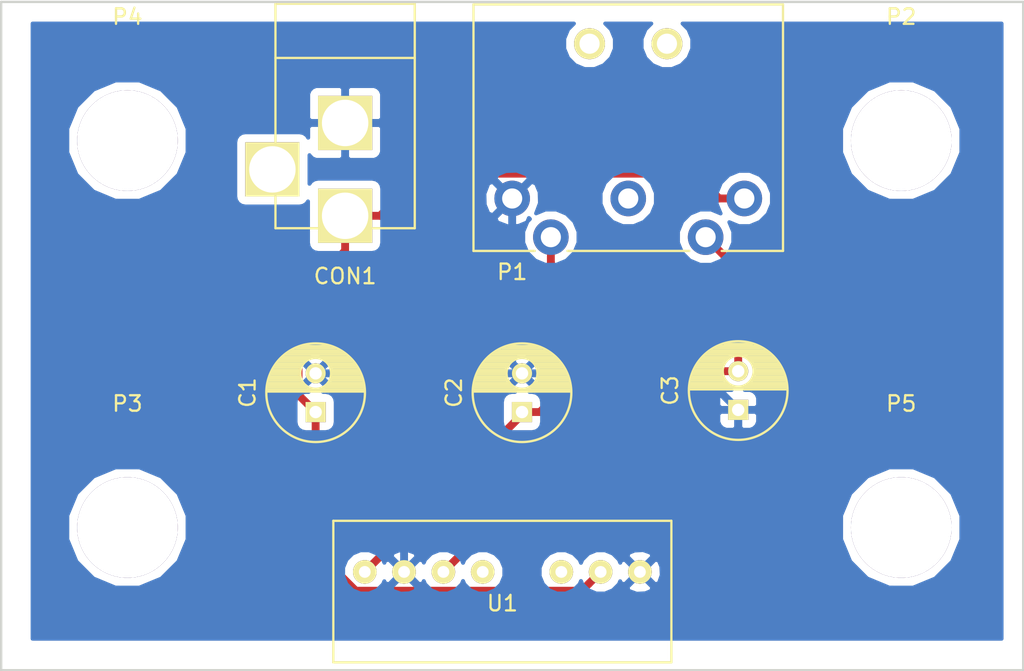
<source format=kicad_pcb>
(kicad_pcb (version 4) (host pcbnew 4.0.2-stable)

  (general
    (links 13)
    (no_connects 13)
    (area 116.764999 65.964999 182.955001 109.295001)
    (thickness 1.6)
    (drawings 4)
    (tracks 35)
    (zones 0)
    (modules 10)
    (nets 13)
  )

  (page A4)
  (layers
    (0 F.Cu signal)
    (31 B.Cu signal)
    (32 B.Adhes user)
    (33 F.Adhes user)
    (34 B.Paste user)
    (35 F.Paste user)
    (36 B.SilkS user)
    (37 F.SilkS user)
    (38 B.Mask user)
    (39 F.Mask user)
    (40 Dwgs.User user)
    (41 Cmts.User user)
    (42 Eco1.User user)
    (43 Eco2.User user)
    (44 Edge.Cuts user)
    (45 Margin user)
    (46 B.CrtYd user)
    (47 F.CrtYd user)
    (48 B.Fab user)
    (49 F.Fab user)
  )

  (setup
    (last_trace_width 0.25)
    (trace_clearance 0.2)
    (zone_clearance 0.508)
    (zone_45_only no)
    (trace_min 0.2)
    (segment_width 0.2)
    (edge_width 0.15)
    (via_size 0.6)
    (via_drill 0.4)
    (via_min_size 0.4)
    (via_min_drill 0.3)
    (uvia_size 0.3)
    (uvia_drill 0.1)
    (uvias_allowed no)
    (uvia_min_size 0.2)
    (uvia_min_drill 0.1)
    (pcb_text_width 0.3)
    (pcb_text_size 1.5 1.5)
    (mod_edge_width 0.15)
    (mod_text_size 1 1)
    (mod_text_width 0.15)
    (pad_size 6.5 6.5)
    (pad_drill 6.5)
    (pad_to_mask_clearance 0.2)
    (aux_axis_origin 0 0)
    (visible_elements FFFFFF7F)
    (pcbplotparams
      (layerselection 0x00030_80000001)
      (usegerberextensions false)
      (excludeedgelayer true)
      (linewidth 0.100000)
      (plotframeref false)
      (viasonmask false)
      (mode 1)
      (useauxorigin false)
      (hpglpennumber 1)
      (hpglpenspeed 20)
      (hpglpendiameter 15)
      (hpglpenoverlay 2)
      (psnegative false)
      (psa4output false)
      (plotreference true)
      (plotvalue true)
      (plotinvisibletext false)
      (padsonsilk false)
      (subtractmaskfromsilk false)
      (outputformat 1)
      (mirror false)
      (drillshape 1)
      (scaleselection 1)
      (outputdirectory ""))
  )

  (net 0 "")
  (net 1 /5v0)
  (net 2 GND)
  (net 3 /12v0n)
  (net 4 /12v0p)
  (net 5 "Net-(CON1-Pad3)")
  (net 6 "Net-(P1-Pad2)")
  (net 7 "Net-(U1-Pad3)")
  (net 8 "Net-(U1-Pad5)")
  (net 9 "Net-(P2-Pad1)")
  (net 10 "Net-(P3-Pad1)")
  (net 11 "Net-(P4-Pad1)")
  (net 12 "Net-(P5-Pad1)")

  (net_class Default "This is the default net class."
    (clearance 0.2)
    (trace_width 0.25)
    (via_dia 0.6)
    (via_drill 0.4)
    (uvia_dia 0.3)
    (uvia_drill 0.1)
  )

  (net_class Power ""
    (clearance 0.2)
    (trace_width 0.508)
    (via_dia 0.6)
    (via_drill 0.4)
    (uvia_dia 0.3)
    (uvia_drill 0.1)
    (add_net /12v0n)
    (add_net /12v0p)
    (add_net /5v0)
    (add_net GND)
    (add_net "Net-(CON1-Pad3)")
    (add_net "Net-(P1-Pad2)")
    (add_net "Net-(P2-Pad1)")
    (add_net "Net-(P3-Pad1)")
    (add_net "Net-(P4-Pad1)")
    (add_net "Net-(P5-Pad1)")
    (add_net "Net-(U1-Pad3)")
    (add_net "Net-(U1-Pad5)")
  )

  (module HMC:BARREL_JACK_round (layer F.Cu) (tedit 573214E4) (tstamp 574E0F0B)
    (at 139.065 73.66 270)
    (descr "DC Barrel Jack")
    (tags "Power Jack")
    (path /5748F6BB)
    (fp_text reference CON1 (at 10.09904 0 360) (layer F.SilkS)
      (effects (font (size 1 1) (thickness 0.15)))
    )
    (fp_text value BARREL_JACK (at 0 -5.99948 270) (layer F.Fab)
      (effects (font (size 1 1) (thickness 0.15)))
    )
    (fp_line (start -4.0005 -4.50088) (end -4.0005 4.50088) (layer F.SilkS) (width 0.15))
    (fp_line (start -7.50062 -4.50088) (end -7.50062 4.50088) (layer F.SilkS) (width 0.15))
    (fp_line (start -7.50062 4.50088) (end 7.00024 4.50088) (layer F.SilkS) (width 0.15))
    (fp_line (start 7.00024 4.50088) (end 7.00024 -4.50088) (layer F.SilkS) (width 0.15))
    (fp_line (start 7.00024 -4.50088) (end -7.50062 -4.50088) (layer F.SilkS) (width 0.15))
    (pad 1 thru_hole rect (at 6.20014 0 270) (size 3.50012 3.50012) (drill 3) (layers *.Cu *.Mask F.SilkS)
      (net 1 /5v0))
    (pad 2 thru_hole rect (at 0.20066 0 270) (size 3.50012 3.50012) (drill 3) (layers *.Cu *.Mask F.SilkS)
      (net 2 GND))
    (pad 3 thru_hole rect (at 3.2004 4.699 270) (size 3.50012 3.50012) (drill 3) (layers *.Cu *.Mask F.SilkS)
      (net 5 "Net-(CON1-Pad3)"))
  )

  (module Connect:SDS-50J (layer F.Cu) (tedit 5602A6D3) (tstamp 574E0F16)
    (at 149.86 78.74)
    (descr "SDS-50J, standard DIN connector, 5 pins, midi")
    (tags "SDS-50J DIN 5-pins connector midi")
    (path /5748F6D3)
    (fp_text reference P1 (at 0 4.75) (layer F.SilkS)
      (effects (font (size 1 1) (thickness 0.15)))
    )
    (fp_text value CONN_01X05 (at 6.865 -5.08 180) (layer F.Fab)
      (effects (font (size 1 1) (thickness 0.15)))
    )
    (fp_line (start 17.75 3.9) (end 17.75 -12.8) (layer F.CrtYd) (width 0.05))
    (fp_line (start 17.75 -12.8) (end -2.75 -12.8) (layer F.CrtYd) (width 0.05))
    (fp_line (start -2.75 -12.8) (end -2.75 3.9) (layer F.CrtYd) (width 0.05))
    (fp_line (start 17.75 3.9) (end -2.75 3.9) (layer F.CrtYd) (width 0.05))
    (fp_line (start 1.46 3.389) (end -2.5 3.389) (layer F.SilkS) (width 0.15))
    (fp_line (start 11.444 3.389) (end 3.57 3.389) (layer F.SilkS) (width 0.15))
    (fp_line (start -2.5 3.389) (end -2.5 -12.538) (layer F.SilkS) (width 0.15))
    (fp_line (start 17.5 -12.538) (end -2.5 -12.538) (layer F.SilkS) (width 0.15))
    (fp_line (start 17.5 3.389) (end 17.5 -12.538) (layer F.SilkS) (width 0.15))
    (fp_line (start 17.5 3.389) (end 13.5395 3.389) (layer F.SilkS) (width 0.15))
    (pad 5 thru_hole circle (at 12.5 2.5) (size 2.3 2.3) (drill 1.3) (layers *.Cu *.Mask)
      (net 4 /12v0p))
    (pad "" thru_hole circle (at 5 -10) (size 2 2) (drill 1.3) (layers *.Cu *.Mask F.SilkS))
    (pad 3 thru_hole circle (at 15 0) (size 2.3 2.3) (drill 1.3) (layers *.Cu *.Mask)
      (net 1 /5v0))
    (pad 2 thru_hole circle (at 7.5 0) (size 2.3 2.3) (drill 1.3) (layers *.Cu *.Mask)
      (net 6 "Net-(P1-Pad2)"))
    (pad 1 thru_hole circle (at 0 0) (size 2.3 2.3) (drill 1.3) (layers *.Cu *.Mask)
      (net 2 GND))
    (pad 4 thru_hole circle (at 2.5 2.5) (size 2.3 2.3) (drill 1.3) (layers *.Cu *.Mask)
      (net 3 /12v0n))
    (pad "" thru_hole circle (at 10 -10) (size 2 2) (drill 1.3) (layers *.Cu *.Mask F.SilkS))
    (model Connect.3dshapes/SDS-50J.wrl
      (at (xyz 0.295 0.495 0))
      (scale (xyz 0.39 0.39 0.39))
      (rotate (xyz -90 0 180))
    )
  )

  (module HMC:ITX0512S (layer F.Cu) (tedit 574A27E0) (tstamp 574E0F21)
    (at 160.147 108.712 180)
    (path /5748F95C)
    (fp_text reference U1 (at 10.922 3.81 180) (layer F.SilkS)
      (effects (font (size 1 1) (thickness 0.15)))
    )
    (fp_text value DC-DC-ITX0512S (at 10.922 2.54 180) (layer F.Fab)
      (effects (font (size 1 1) (thickness 0.15)))
    )
    (fp_line (start 21.844 0) (end 21.844 9.144) (layer F.SilkS) (width 0.15))
    (fp_line (start 21.844 0) (end 0 0) (layer F.SilkS) (width 0.15))
    (fp_line (start 0 9.144) (end 21.844 9.144) (layer F.SilkS) (width 0.15))
    (fp_line (start 0 0) (end 0 9.144) (layer F.SilkS) (width 0.15))
    (pad 1 thru_hole circle (at 2.032 5.842 180) (size 1.524 1.524) (drill 0.762) (layers *.Cu *.Mask F.SilkS)
      (net 2 GND))
    (pad 2 thru_hole circle (at 4.572 5.842 180) (size 1.524 1.524) (drill 0.762) (layers *.Cu *.Mask F.SilkS)
      (net 1 /5v0))
    (pad 3 thru_hole circle (at 7.112 5.842 180) (size 1.524 1.524) (drill 0.762) (layers *.Cu *.Mask F.SilkS)
      (net 7 "Net-(U1-Pad3)"))
    (pad 5 thru_hole circle (at 12.192 5.842 180) (size 1.524 1.524) (drill 0.762) (layers *.Cu *.Mask F.SilkS)
      (net 8 "Net-(U1-Pad5)"))
    (pad 6 thru_hole circle (at 14.732 5.842 180) (size 1.524 1.524) (drill 0.762) (layers *.Cu *.Mask F.SilkS)
      (net 4 /12v0p))
    (pad 7 thru_hole circle (at 17.272 5.842 180) (size 1.524 1.524) (drill 0.762) (layers *.Cu *.Mask F.SilkS)
      (net 2 GND))
    (pad 8 thru_hole circle (at 19.812 5.842 180) (size 1.524 1.524) (drill 0.762) (layers *.Cu *.Mask F.SilkS)
      (net 3 /12v0n))
  )

  (module Mounting_Holes:MountingHole_6-5mm (layer F.Cu) (tedit 0) (tstamp 574E1405)
    (at 175 75)
    (descr "Mounting hole, Befestigungsbohrung, 6,5mm, No Annular, Kein Restring,")
    (tags "Mounting hole, Befestigungsbohrung, 6,5mm, No Annular, Kein Restring,")
    (path /574E12FE)
    (fp_text reference P2 (at 0 -8.001) (layer F.SilkS)
      (effects (font (size 1 1) (thickness 0.15)))
    )
    (fp_text value CONN_01X01 (at 1.00076 8.001) (layer F.Fab)
      (effects (font (size 1 1) (thickness 0.15)))
    )
    (fp_circle (center 0 0) (end 6.5 0) (layer Cmts.User) (width 0.381))
    (pad 1 thru_hole circle (at 0 0) (size 6.5 6.5) (drill 6.5) (layers)
      (net 9 "Net-(P2-Pad1)"))
  )

  (module Mounting_Holes:MountingHole_6-5mm (layer F.Cu) (tedit 0) (tstamp 574E140A)
    (at 125 100)
    (descr "Mounting hole, Befestigungsbohrung, 6,5mm, No Annular, Kein Restring,")
    (tags "Mounting hole, Befestigungsbohrung, 6,5mm, No Annular, Kein Restring,")
    (path /574E133B)
    (fp_text reference P3 (at 0 -8.001) (layer F.SilkS)
      (effects (font (size 1 1) (thickness 0.15)))
    )
    (fp_text value CONN_01X01 (at 1.00076 8.001) (layer F.Fab)
      (effects (font (size 1 1) (thickness 0.15)))
    )
    (fp_circle (center 0 0) (end 6.5 0) (layer Cmts.User) (width 0.381))
    (pad 1 thru_hole circle (at 0 0) (size 6.5 6.5) (drill 6.5) (layers)
      (net 10 "Net-(P3-Pad1)"))
  )

  (module Mounting_Holes:MountingHole_6-5mm (layer F.Cu) (tedit 0) (tstamp 574E140F)
    (at 125 75)
    (descr "Mounting hole, Befestigungsbohrung, 6,5mm, No Annular, Kein Restring,")
    (tags "Mounting hole, Befestigungsbohrung, 6,5mm, No Annular, Kein Restring,")
    (path /574E13BE)
    (fp_text reference P4 (at 0 -8.001) (layer F.SilkS)
      (effects (font (size 1 1) (thickness 0.15)))
    )
    (fp_text value CONN_01X01 (at 1.00076 8.001) (layer F.Fab)
      (effects (font (size 1 1) (thickness 0.15)))
    )
    (fp_circle (center 0 0) (end 6.5 0) (layer Cmts.User) (width 0.381))
    (pad 1 thru_hole circle (at 0 0) (size 6.5 6.5) (drill 6.5) (layers)
      (net 11 "Net-(P4-Pad1)"))
  )

  (module Mounting_Holes:MountingHole_6-5mm (layer F.Cu) (tedit 0) (tstamp 574E1414)
    (at 175 100)
    (descr "Mounting hole, Befestigungsbohrung, 6,5mm, No Annular, Kein Restring,")
    (tags "Mounting hole, Befestigungsbohrung, 6,5mm, No Annular, Kein Restring,")
    (path /574E1373)
    (fp_text reference P5 (at 0 -8.001) (layer F.SilkS)
      (effects (font (size 1 1) (thickness 0.15)))
    )
    (fp_text value CONN_01X01 (at 1.00076 8.001) (layer F.Fab)
      (effects (font (size 1 1) (thickness 0.15)))
    )
    (fp_circle (center 0 0) (end 6.5 0) (layer Cmts.User) (width 0.381))
    (pad 1 thru_hole circle (at 0 0) (size 6.5 6.5) (drill 6.5) (layers)
      (net 12 "Net-(P5-Pad1)"))
  )

  (module Capacitors_ThroughHole:C_Radial_D6.3_L11.2_P2.5 (layer F.Cu) (tedit 0) (tstamp 574E0EF8)
    (at 137.16 92.54 90)
    (descr "Radial Electrolytic Capacitor, Diameter 6.3mm x Length 11.2mm, Pitch 2.5mm")
    (tags "Electrolytic Capacitor")
    (path /5748F714)
    (fp_text reference C1 (at 1.25 -4.4 90) (layer F.SilkS)
      (effects (font (size 1 1) (thickness 0.15)))
    )
    (fp_text value C (at 1.25 4.4 90) (layer F.Fab)
      (effects (font (size 1 1) (thickness 0.15)))
    )
    (fp_line (start 1.325 -3.149) (end 1.325 3.149) (layer F.SilkS) (width 0.15))
    (fp_line (start 1.465 -3.143) (end 1.465 3.143) (layer F.SilkS) (width 0.15))
    (fp_line (start 1.605 -3.13) (end 1.605 -0.446) (layer F.SilkS) (width 0.15))
    (fp_line (start 1.605 0.446) (end 1.605 3.13) (layer F.SilkS) (width 0.15))
    (fp_line (start 1.745 -3.111) (end 1.745 -0.656) (layer F.SilkS) (width 0.15))
    (fp_line (start 1.745 0.656) (end 1.745 3.111) (layer F.SilkS) (width 0.15))
    (fp_line (start 1.885 -3.085) (end 1.885 -0.789) (layer F.SilkS) (width 0.15))
    (fp_line (start 1.885 0.789) (end 1.885 3.085) (layer F.SilkS) (width 0.15))
    (fp_line (start 2.025 -3.053) (end 2.025 -0.88) (layer F.SilkS) (width 0.15))
    (fp_line (start 2.025 0.88) (end 2.025 3.053) (layer F.SilkS) (width 0.15))
    (fp_line (start 2.165 -3.014) (end 2.165 -0.942) (layer F.SilkS) (width 0.15))
    (fp_line (start 2.165 0.942) (end 2.165 3.014) (layer F.SilkS) (width 0.15))
    (fp_line (start 2.305 -2.968) (end 2.305 -0.981) (layer F.SilkS) (width 0.15))
    (fp_line (start 2.305 0.981) (end 2.305 2.968) (layer F.SilkS) (width 0.15))
    (fp_line (start 2.445 -2.915) (end 2.445 -0.998) (layer F.SilkS) (width 0.15))
    (fp_line (start 2.445 0.998) (end 2.445 2.915) (layer F.SilkS) (width 0.15))
    (fp_line (start 2.585 -2.853) (end 2.585 -0.996) (layer F.SilkS) (width 0.15))
    (fp_line (start 2.585 0.996) (end 2.585 2.853) (layer F.SilkS) (width 0.15))
    (fp_line (start 2.725 -2.783) (end 2.725 -0.974) (layer F.SilkS) (width 0.15))
    (fp_line (start 2.725 0.974) (end 2.725 2.783) (layer F.SilkS) (width 0.15))
    (fp_line (start 2.865 -2.704) (end 2.865 -0.931) (layer F.SilkS) (width 0.15))
    (fp_line (start 2.865 0.931) (end 2.865 2.704) (layer F.SilkS) (width 0.15))
    (fp_line (start 3.005 -2.616) (end 3.005 -0.863) (layer F.SilkS) (width 0.15))
    (fp_line (start 3.005 0.863) (end 3.005 2.616) (layer F.SilkS) (width 0.15))
    (fp_line (start 3.145 -2.516) (end 3.145 -0.764) (layer F.SilkS) (width 0.15))
    (fp_line (start 3.145 0.764) (end 3.145 2.516) (layer F.SilkS) (width 0.15))
    (fp_line (start 3.285 -2.404) (end 3.285 -0.619) (layer F.SilkS) (width 0.15))
    (fp_line (start 3.285 0.619) (end 3.285 2.404) (layer F.SilkS) (width 0.15))
    (fp_line (start 3.425 -2.279) (end 3.425 -0.38) (layer F.SilkS) (width 0.15))
    (fp_line (start 3.425 0.38) (end 3.425 2.279) (layer F.SilkS) (width 0.15))
    (fp_line (start 3.565 -2.136) (end 3.565 2.136) (layer F.SilkS) (width 0.15))
    (fp_line (start 3.705 -1.974) (end 3.705 1.974) (layer F.SilkS) (width 0.15))
    (fp_line (start 3.845 -1.786) (end 3.845 1.786) (layer F.SilkS) (width 0.15))
    (fp_line (start 3.985 -1.563) (end 3.985 1.563) (layer F.SilkS) (width 0.15))
    (fp_line (start 4.125 -1.287) (end 4.125 1.287) (layer F.SilkS) (width 0.15))
    (fp_line (start 4.265 -0.912) (end 4.265 0.912) (layer F.SilkS) (width 0.15))
    (fp_circle (center 2.5 0) (end 2.5 -1) (layer F.SilkS) (width 0.15))
    (fp_circle (center 1.25 0) (end 1.25 -3.1875) (layer F.SilkS) (width 0.15))
    (fp_circle (center 1.25 0) (end 1.25 -3.4) (layer F.CrtYd) (width 0.05))
    (pad 2 thru_hole circle (at 2.5 0 90) (size 1.3 1.3) (drill 0.8) (layers *.Cu *.Mask F.SilkS)
      (net 2 GND))
    (pad 1 thru_hole rect (at 0 0 90) (size 1.3 1.3) (drill 0.8) (layers *.Cu *.Mask F.SilkS)
      (net 1 /5v0))
    (model Capacitors_ThroughHole.3dshapes/C_Radial_D6.3_L11.2_P2.5.wrl
      (at (xyz 0 0 0))
      (scale (xyz 1 1 1))
      (rotate (xyz 0 0 0))
    )
  )

  (module Capacitors_ThroughHole:C_Radial_D6.3_L11.2_P2.5 (layer F.Cu) (tedit 0) (tstamp 574E0EFE)
    (at 150.495 92.54 90)
    (descr "Radial Electrolytic Capacitor, Diameter 6.3mm x Length 11.2mm, Pitch 2.5mm")
    (tags "Electrolytic Capacitor")
    (path /5748F748)
    (fp_text reference C2 (at 1.25 -4.4 90) (layer F.SilkS)
      (effects (font (size 1 1) (thickness 0.15)))
    )
    (fp_text value C (at 1.25 4.4 90) (layer F.Fab)
      (effects (font (size 1 1) (thickness 0.15)))
    )
    (fp_line (start 1.325 -3.149) (end 1.325 3.149) (layer F.SilkS) (width 0.15))
    (fp_line (start 1.465 -3.143) (end 1.465 3.143) (layer F.SilkS) (width 0.15))
    (fp_line (start 1.605 -3.13) (end 1.605 -0.446) (layer F.SilkS) (width 0.15))
    (fp_line (start 1.605 0.446) (end 1.605 3.13) (layer F.SilkS) (width 0.15))
    (fp_line (start 1.745 -3.111) (end 1.745 -0.656) (layer F.SilkS) (width 0.15))
    (fp_line (start 1.745 0.656) (end 1.745 3.111) (layer F.SilkS) (width 0.15))
    (fp_line (start 1.885 -3.085) (end 1.885 -0.789) (layer F.SilkS) (width 0.15))
    (fp_line (start 1.885 0.789) (end 1.885 3.085) (layer F.SilkS) (width 0.15))
    (fp_line (start 2.025 -3.053) (end 2.025 -0.88) (layer F.SilkS) (width 0.15))
    (fp_line (start 2.025 0.88) (end 2.025 3.053) (layer F.SilkS) (width 0.15))
    (fp_line (start 2.165 -3.014) (end 2.165 -0.942) (layer F.SilkS) (width 0.15))
    (fp_line (start 2.165 0.942) (end 2.165 3.014) (layer F.SilkS) (width 0.15))
    (fp_line (start 2.305 -2.968) (end 2.305 -0.981) (layer F.SilkS) (width 0.15))
    (fp_line (start 2.305 0.981) (end 2.305 2.968) (layer F.SilkS) (width 0.15))
    (fp_line (start 2.445 -2.915) (end 2.445 -0.998) (layer F.SilkS) (width 0.15))
    (fp_line (start 2.445 0.998) (end 2.445 2.915) (layer F.SilkS) (width 0.15))
    (fp_line (start 2.585 -2.853) (end 2.585 -0.996) (layer F.SilkS) (width 0.15))
    (fp_line (start 2.585 0.996) (end 2.585 2.853) (layer F.SilkS) (width 0.15))
    (fp_line (start 2.725 -2.783) (end 2.725 -0.974) (layer F.SilkS) (width 0.15))
    (fp_line (start 2.725 0.974) (end 2.725 2.783) (layer F.SilkS) (width 0.15))
    (fp_line (start 2.865 -2.704) (end 2.865 -0.931) (layer F.SilkS) (width 0.15))
    (fp_line (start 2.865 0.931) (end 2.865 2.704) (layer F.SilkS) (width 0.15))
    (fp_line (start 3.005 -2.616) (end 3.005 -0.863) (layer F.SilkS) (width 0.15))
    (fp_line (start 3.005 0.863) (end 3.005 2.616) (layer F.SilkS) (width 0.15))
    (fp_line (start 3.145 -2.516) (end 3.145 -0.764) (layer F.SilkS) (width 0.15))
    (fp_line (start 3.145 0.764) (end 3.145 2.516) (layer F.SilkS) (width 0.15))
    (fp_line (start 3.285 -2.404) (end 3.285 -0.619) (layer F.SilkS) (width 0.15))
    (fp_line (start 3.285 0.619) (end 3.285 2.404) (layer F.SilkS) (width 0.15))
    (fp_line (start 3.425 -2.279) (end 3.425 -0.38) (layer F.SilkS) (width 0.15))
    (fp_line (start 3.425 0.38) (end 3.425 2.279) (layer F.SilkS) (width 0.15))
    (fp_line (start 3.565 -2.136) (end 3.565 2.136) (layer F.SilkS) (width 0.15))
    (fp_line (start 3.705 -1.974) (end 3.705 1.974) (layer F.SilkS) (width 0.15))
    (fp_line (start 3.845 -1.786) (end 3.845 1.786) (layer F.SilkS) (width 0.15))
    (fp_line (start 3.985 -1.563) (end 3.985 1.563) (layer F.SilkS) (width 0.15))
    (fp_line (start 4.125 -1.287) (end 4.125 1.287) (layer F.SilkS) (width 0.15))
    (fp_line (start 4.265 -0.912) (end 4.265 0.912) (layer F.SilkS) (width 0.15))
    (fp_circle (center 2.5 0) (end 2.5 -1) (layer F.SilkS) (width 0.15))
    (fp_circle (center 1.25 0) (end 1.25 -3.1875) (layer F.SilkS) (width 0.15))
    (fp_circle (center 1.25 0) (end 1.25 -3.4) (layer F.CrtYd) (width 0.05))
    (pad 2 thru_hole circle (at 2.5 0 90) (size 1.3 1.3) (drill 0.8) (layers *.Cu *.Mask F.SilkS)
      (net 2 GND))
    (pad 1 thru_hole rect (at 0 0 90) (size 1.3 1.3) (drill 0.8) (layers *.Cu *.Mask F.SilkS)
      (net 3 /12v0n))
    (model Capacitors_ThroughHole.3dshapes/C_Radial_D6.3_L11.2_P2.5.wrl
      (at (xyz 0 0 0))
      (scale (xyz 1 1 1))
      (rotate (xyz 0 0 0))
    )
  )

  (module Capacitors_ThroughHole:C_Radial_D6.3_L11.2_P2.5 (layer F.Cu) (tedit 0) (tstamp 574E0F04)
    (at 164.465 92.4 90)
    (descr "Radial Electrolytic Capacitor, Diameter 6.3mm x Length 11.2mm, Pitch 2.5mm")
    (tags "Electrolytic Capacitor")
    (path /5748F76F)
    (fp_text reference C3 (at 1.25 -4.4 90) (layer F.SilkS)
      (effects (font (size 1 1) (thickness 0.15)))
    )
    (fp_text value C (at 1.25 4.4 90) (layer F.Fab)
      (effects (font (size 1 1) (thickness 0.15)))
    )
    (fp_line (start 1.325 -3.149) (end 1.325 3.149) (layer F.SilkS) (width 0.15))
    (fp_line (start 1.465 -3.143) (end 1.465 3.143) (layer F.SilkS) (width 0.15))
    (fp_line (start 1.605 -3.13) (end 1.605 -0.446) (layer F.SilkS) (width 0.15))
    (fp_line (start 1.605 0.446) (end 1.605 3.13) (layer F.SilkS) (width 0.15))
    (fp_line (start 1.745 -3.111) (end 1.745 -0.656) (layer F.SilkS) (width 0.15))
    (fp_line (start 1.745 0.656) (end 1.745 3.111) (layer F.SilkS) (width 0.15))
    (fp_line (start 1.885 -3.085) (end 1.885 -0.789) (layer F.SilkS) (width 0.15))
    (fp_line (start 1.885 0.789) (end 1.885 3.085) (layer F.SilkS) (width 0.15))
    (fp_line (start 2.025 -3.053) (end 2.025 -0.88) (layer F.SilkS) (width 0.15))
    (fp_line (start 2.025 0.88) (end 2.025 3.053) (layer F.SilkS) (width 0.15))
    (fp_line (start 2.165 -3.014) (end 2.165 -0.942) (layer F.SilkS) (width 0.15))
    (fp_line (start 2.165 0.942) (end 2.165 3.014) (layer F.SilkS) (width 0.15))
    (fp_line (start 2.305 -2.968) (end 2.305 -0.981) (layer F.SilkS) (width 0.15))
    (fp_line (start 2.305 0.981) (end 2.305 2.968) (layer F.SilkS) (width 0.15))
    (fp_line (start 2.445 -2.915) (end 2.445 -0.998) (layer F.SilkS) (width 0.15))
    (fp_line (start 2.445 0.998) (end 2.445 2.915) (layer F.SilkS) (width 0.15))
    (fp_line (start 2.585 -2.853) (end 2.585 -0.996) (layer F.SilkS) (width 0.15))
    (fp_line (start 2.585 0.996) (end 2.585 2.853) (layer F.SilkS) (width 0.15))
    (fp_line (start 2.725 -2.783) (end 2.725 -0.974) (layer F.SilkS) (width 0.15))
    (fp_line (start 2.725 0.974) (end 2.725 2.783) (layer F.SilkS) (width 0.15))
    (fp_line (start 2.865 -2.704) (end 2.865 -0.931) (layer F.SilkS) (width 0.15))
    (fp_line (start 2.865 0.931) (end 2.865 2.704) (layer F.SilkS) (width 0.15))
    (fp_line (start 3.005 -2.616) (end 3.005 -0.863) (layer F.SilkS) (width 0.15))
    (fp_line (start 3.005 0.863) (end 3.005 2.616) (layer F.SilkS) (width 0.15))
    (fp_line (start 3.145 -2.516) (end 3.145 -0.764) (layer F.SilkS) (width 0.15))
    (fp_line (start 3.145 0.764) (end 3.145 2.516) (layer F.SilkS) (width 0.15))
    (fp_line (start 3.285 -2.404) (end 3.285 -0.619) (layer F.SilkS) (width 0.15))
    (fp_line (start 3.285 0.619) (end 3.285 2.404) (layer F.SilkS) (width 0.15))
    (fp_line (start 3.425 -2.279) (end 3.425 -0.38) (layer F.SilkS) (width 0.15))
    (fp_line (start 3.425 0.38) (end 3.425 2.279) (layer F.SilkS) (width 0.15))
    (fp_line (start 3.565 -2.136) (end 3.565 2.136) (layer F.SilkS) (width 0.15))
    (fp_line (start 3.705 -1.974) (end 3.705 1.974) (layer F.SilkS) (width 0.15))
    (fp_line (start 3.845 -1.786) (end 3.845 1.786) (layer F.SilkS) (width 0.15))
    (fp_line (start 3.985 -1.563) (end 3.985 1.563) (layer F.SilkS) (width 0.15))
    (fp_line (start 4.125 -1.287) (end 4.125 1.287) (layer F.SilkS) (width 0.15))
    (fp_line (start 4.265 -0.912) (end 4.265 0.912) (layer F.SilkS) (width 0.15))
    (fp_circle (center 2.5 0) (end 2.5 -1) (layer F.SilkS) (width 0.15))
    (fp_circle (center 1.25 0) (end 1.25 -3.1875) (layer F.SilkS) (width 0.15))
    (fp_circle (center 1.25 0) (end 1.25 -3.4) (layer F.CrtYd) (width 0.05))
    (pad 2 thru_hole circle (at 2.5 0 90) (size 1.3 1.3) (drill 0.8) (layers *.Cu *.Mask F.SilkS)
      (net 4 /12v0p))
    (pad 1 thru_hole rect (at 0 0 90) (size 1.3 1.3) (drill 0.8) (layers *.Cu *.Mask F.SilkS)
      (net 2 GND))
    (model Capacitors_ThroughHole.3dshapes/C_Radial_D6.3_L11.2_P2.5.wrl
      (at (xyz 0 0 0))
      (scale (xyz 1 1 1))
      (rotate (xyz 0 0 0))
    )
  )

  (gr_line (start 116.84 109.22) (end 116.84 66.04) (layer Edge.Cuts) (width 0.15))
  (gr_line (start 182.88 109.22) (end 116.84 109.22) (layer Edge.Cuts) (width 0.15))
  (gr_line (start 182.88 66.04) (end 182.88 109.22) (layer Edge.Cuts) (width 0.15))
  (gr_line (start 116.84 66.04) (end 182.88 66.04) (layer Edge.Cuts) (width 0.15))

  (segment (start 164.86 78.74) (end 163.233655 78.74) (width 0.508) (layer F.Cu) (net 1))
  (segment (start 163.233655 78.74) (end 161.629654 77.135999) (width 0.508) (layer F.Cu) (net 1))
  (segment (start 161.629654 77.135999) (end 144.047201 77.135999) (width 0.508) (layer F.Cu) (net 1))
  (segment (start 144.047201 77.135999) (end 141.32306 79.86014) (width 0.508) (layer F.Cu) (net 1))
  (segment (start 141.32306 79.86014) (end 139.065 79.86014) (width 0.508) (layer F.Cu) (net 1))
  (segment (start 137.16 92.54) (end 137.16 101.494682) (width 0.508) (layer F.Cu) (net 1))
  (segment (start 137.16 101.494682) (end 139.751319 104.086001) (width 0.508) (layer F.Cu) (net 1))
  (segment (start 154.358999 104.086001) (end 154.813001 103.631999) (width 0.508) (layer F.Cu) (net 1))
  (segment (start 139.751319 104.086001) (end 154.358999 104.086001) (width 0.508) (layer F.Cu) (net 1))
  (segment (start 154.813001 103.631999) (end 155.575 102.87) (width 0.508) (layer F.Cu) (net 1))
  (segment (start 139.065 79.86014) (end 139.065 82.1182) (width 0.508) (layer F.Cu) (net 1))
  (segment (start 139.065 82.1182) (end 136.055999 85.127201) (width 0.508) (layer F.Cu) (net 1))
  (segment (start 136.055999 91.435999) (end 137.16 92.54) (width 0.508) (layer F.Cu) (net 1))
  (segment (start 136.055999 85.127201) (end 136.055999 91.435999) (width 0.508) (layer F.Cu) (net 1))
  (segment (start 137.16 90.04) (end 142.875 95.755) (width 0.508) (layer B.Cu) (net 2))
  (segment (start 142.875 95.755) (end 142.875 102.87) (width 0.508) (layer B.Cu) (net 2))
  (segment (start 164.465 92.4) (end 164.465 96.52) (width 0.508) (layer B.Cu) (net 2))
  (segment (start 164.465 96.52) (end 158.115 102.87) (width 0.508) (layer B.Cu) (net 2))
  (segment (start 150.495 90.04) (end 162.105 90.04) (width 0.508) (layer B.Cu) (net 2))
  (segment (start 162.105 90.04) (end 164.465 92.4) (width 0.508) (layer B.Cu) (net 2))
  (segment (start 150.495 90.04) (end 137.16 90.04) (width 0.508) (layer B.Cu) (net 2))
  (segment (start 149.86 78.74) (end 149.86 89.405) (width 0.508) (layer B.Cu) (net 2))
  (segment (start 149.86 89.405) (end 150.495 90.04) (width 0.508) (layer B.Cu) (net 2))
  (segment (start 139.065 73.86066) (end 144.98066 73.86066) (width 0.508) (layer B.Cu) (net 2))
  (segment (start 144.98066 73.86066) (end 149.86 78.74) (width 0.508) (layer B.Cu) (net 2))
  (segment (start 150.495 92.54) (end 151.653 92.54) (width 0.508) (layer F.Cu) (net 3))
  (segment (start 151.653 92.54) (end 152.36 91.833) (width 0.508) (layer F.Cu) (net 3))
  (segment (start 152.36 91.833) (end 152.36 82.866345) (width 0.508) (layer F.Cu) (net 3))
  (segment (start 152.36 82.866345) (end 152.36 81.24) (width 0.508) (layer F.Cu) (net 3))
  (segment (start 140.335 102.87) (end 150.495 92.71) (width 0.508) (layer F.Cu) (net 3))
  (segment (start 150.495 92.71) (end 150.495 92.54) (width 0.508) (layer F.Cu) (net 3))
  (segment (start 164.465 89.9) (end 164.465 83.345) (width 0.508) (layer F.Cu) (net 4))
  (segment (start 164.465 83.345) (end 162.36 81.24) (width 0.508) (layer F.Cu) (net 4))
  (segment (start 145.415 102.87) (end 158.385 89.9) (width 0.508) (layer F.Cu) (net 4))
  (segment (start 158.385 89.9) (end 164.465 89.9) (width 0.508) (layer F.Cu) (net 4))

  (zone (net 2) (net_name GND) (layer B.Cu) (tstamp 0) (hatch edge 0.508)
    (connect_pads (clearance 0.508))
    (min_thickness 0.254)
    (fill yes (arc_segments 16) (thermal_gap 0.508) (thermal_bridge_width 0.508))
    (polygon
      (pts
        (xy 118.745 67.31) (xy 118.745 107.315) (xy 181.61 107.315) (xy 181.61 67.31)
      )
    )
    (filled_polygon
      (pts
        (xy 153.474722 67.812637) (xy 153.225284 68.413352) (xy 153.224716 69.063795) (xy 153.473106 69.664943) (xy 153.932637 70.125278)
        (xy 154.533352 70.374716) (xy 155.183795 70.375284) (xy 155.784943 70.126894) (xy 156.245278 69.667363) (xy 156.494716 69.066648)
        (xy 156.495284 68.416205) (xy 156.246894 67.815057) (xy 155.869497 67.437) (xy 158.851016 67.437) (xy 158.474722 67.812637)
        (xy 158.225284 68.413352) (xy 158.224716 69.063795) (xy 158.473106 69.664943) (xy 158.932637 70.125278) (xy 159.533352 70.374716)
        (xy 160.183795 70.375284) (xy 160.784943 70.126894) (xy 161.245278 69.667363) (xy 161.494716 69.066648) (xy 161.495284 68.416205)
        (xy 161.246894 67.815057) (xy 160.869497 67.437) (xy 181.483 67.437) (xy 181.483 107.188) (xy 118.872 107.188)
        (xy 118.872 100.769384) (xy 121.114327 100.769384) (xy 121.704537 102.197801) (xy 122.796451 103.291623) (xy 124.223835 103.884324)
        (xy 125.769384 103.885673) (xy 127.197801 103.295463) (xy 127.346863 103.146661) (xy 138.937758 103.146661) (xy 139.14999 103.660303)
        (xy 139.54263 104.053629) (xy 140.0559 104.266757) (xy 140.611661 104.267242) (xy 141.125303 104.05501) (xy 141.330457 103.850213)
        (xy 142.074392 103.850213) (xy 142.143857 104.092397) (xy 142.667302 104.279144) (xy 143.222368 104.251362) (xy 143.606143 104.092397)
        (xy 143.675608 103.850213) (xy 142.875 103.049605) (xy 142.074392 103.850213) (xy 141.330457 103.850213) (xy 141.518629 103.66237)
        (xy 141.598395 103.470273) (xy 141.652603 103.601143) (xy 141.894787 103.670608) (xy 142.695395 102.87) (xy 143.054605 102.87)
        (xy 143.855213 103.670608) (xy 144.097397 103.601143) (xy 144.147509 103.460682) (xy 144.22999 103.660303) (xy 144.62263 104.053629)
        (xy 145.1359 104.266757) (xy 145.691661 104.267242) (xy 146.205303 104.05501) (xy 146.598629 103.66237) (xy 146.684949 103.454488)
        (xy 146.76999 103.660303) (xy 147.16263 104.053629) (xy 147.6759 104.266757) (xy 148.231661 104.267242) (xy 148.745303 104.05501)
        (xy 149.138629 103.66237) (xy 149.351757 103.1491) (xy 149.351759 103.146661) (xy 151.637758 103.146661) (xy 151.84999 103.660303)
        (xy 152.24263 104.053629) (xy 152.7559 104.266757) (xy 153.311661 104.267242) (xy 153.825303 104.05501) (xy 154.218629 103.66237)
        (xy 154.304949 103.454488) (xy 154.38999 103.660303) (xy 154.78263 104.053629) (xy 155.2959 104.266757) (xy 155.851661 104.267242)
        (xy 156.365303 104.05501) (xy 156.570457 103.850213) (xy 157.314392 103.850213) (xy 157.383857 104.092397) (xy 157.907302 104.279144)
        (xy 158.462368 104.251362) (xy 158.846143 104.092397) (xy 158.915608 103.850213) (xy 158.115 103.049605) (xy 157.314392 103.850213)
        (xy 156.570457 103.850213) (xy 156.758629 103.66237) (xy 156.838395 103.470273) (xy 156.892603 103.601143) (xy 157.134787 103.670608)
        (xy 157.935395 102.87) (xy 158.294605 102.87) (xy 159.095213 103.670608) (xy 159.337397 103.601143) (xy 159.524144 103.077698)
        (xy 159.496362 102.522632) (xy 159.337397 102.138857) (xy 159.095213 102.069392) (xy 158.294605 102.87) (xy 157.935395 102.87)
        (xy 157.134787 102.069392) (xy 156.892603 102.138857) (xy 156.842491 102.279318) (xy 156.76001 102.079697) (xy 156.570432 101.889787)
        (xy 157.314392 101.889787) (xy 158.115 102.690395) (xy 158.915608 101.889787) (xy 158.846143 101.647603) (xy 158.322698 101.460856)
        (xy 157.767632 101.488638) (xy 157.383857 101.647603) (xy 157.314392 101.889787) (xy 156.570432 101.889787) (xy 156.36737 101.686371)
        (xy 155.8541 101.473243) (xy 155.298339 101.472758) (xy 154.784697 101.68499) (xy 154.391371 102.07763) (xy 154.305051 102.285512)
        (xy 154.22001 102.079697) (xy 153.82737 101.686371) (xy 153.3141 101.473243) (xy 152.758339 101.472758) (xy 152.244697 101.68499)
        (xy 151.851371 102.07763) (xy 151.638243 102.5909) (xy 151.637758 103.146661) (xy 149.351759 103.146661) (xy 149.352242 102.593339)
        (xy 149.14001 102.079697) (xy 148.74737 101.686371) (xy 148.2341 101.473243) (xy 147.678339 101.472758) (xy 147.164697 101.68499)
        (xy 146.771371 102.07763) (xy 146.685051 102.285512) (xy 146.60001 102.079697) (xy 146.20737 101.686371) (xy 145.6941 101.473243)
        (xy 145.138339 101.472758) (xy 144.624697 101.68499) (xy 144.231371 102.07763) (xy 144.151605 102.269727) (xy 144.097397 102.138857)
        (xy 143.855213 102.069392) (xy 143.054605 102.87) (xy 142.695395 102.87) (xy 141.894787 102.069392) (xy 141.652603 102.138857)
        (xy 141.602491 102.279318) (xy 141.52001 102.079697) (xy 141.330432 101.889787) (xy 142.074392 101.889787) (xy 142.875 102.690395)
        (xy 143.675608 101.889787) (xy 143.606143 101.647603) (xy 143.082698 101.460856) (xy 142.527632 101.488638) (xy 142.143857 101.647603)
        (xy 142.074392 101.889787) (xy 141.330432 101.889787) (xy 141.12737 101.686371) (xy 140.6141 101.473243) (xy 140.058339 101.472758)
        (xy 139.544697 101.68499) (xy 139.151371 102.07763) (xy 138.938243 102.5909) (xy 138.937758 103.146661) (xy 127.346863 103.146661)
        (xy 128.291623 102.203549) (xy 128.884324 100.776165) (xy 128.884329 100.769384) (xy 171.114327 100.769384) (xy 171.704537 102.197801)
        (xy 172.796451 103.291623) (xy 174.223835 103.884324) (xy 175.769384 103.885673) (xy 177.197801 103.295463) (xy 178.291623 102.203549)
        (xy 178.884324 100.776165) (xy 178.885673 99.230616) (xy 178.295463 97.802199) (xy 177.203549 96.708377) (xy 175.776165 96.115676)
        (xy 174.230616 96.114327) (xy 172.802199 96.704537) (xy 171.708377 97.796451) (xy 171.115676 99.223835) (xy 171.114327 100.769384)
        (xy 128.884329 100.769384) (xy 128.885673 99.230616) (xy 128.295463 97.802199) (xy 127.203549 96.708377) (xy 125.776165 96.115676)
        (xy 124.230616 96.114327) (xy 122.802199 96.704537) (xy 121.708377 97.796451) (xy 121.115676 99.223835) (xy 121.114327 100.769384)
        (xy 118.872 100.769384) (xy 118.872 91.89) (xy 135.86256 91.89) (xy 135.86256 93.19) (xy 135.906838 93.425317)
        (xy 136.04591 93.641441) (xy 136.25811 93.786431) (xy 136.51 93.83744) (xy 137.81 93.83744) (xy 138.045317 93.793162)
        (xy 138.261441 93.65409) (xy 138.406431 93.44189) (xy 138.45744 93.19) (xy 138.45744 91.89) (xy 149.19756 91.89)
        (xy 149.19756 93.19) (xy 149.241838 93.425317) (xy 149.38091 93.641441) (xy 149.59311 93.786431) (xy 149.845 93.83744)
        (xy 151.145 93.83744) (xy 151.380317 93.793162) (xy 151.596441 93.65409) (xy 151.741431 93.44189) (xy 151.79244 93.19)
        (xy 151.79244 92.68575) (xy 163.18 92.68575) (xy 163.18 93.176309) (xy 163.276673 93.409698) (xy 163.455301 93.588327)
        (xy 163.68869 93.685) (xy 164.17925 93.685) (xy 164.338 93.52625) (xy 164.338 92.527) (xy 164.592 92.527)
        (xy 164.592 93.52625) (xy 164.75075 93.685) (xy 165.24131 93.685) (xy 165.474699 93.588327) (xy 165.653327 93.409698)
        (xy 165.75 93.176309) (xy 165.75 92.68575) (xy 165.59125 92.527) (xy 164.592 92.527) (xy 164.338 92.527)
        (xy 163.33875 92.527) (xy 163.18 92.68575) (xy 151.79244 92.68575) (xy 151.79244 91.89) (xy 151.748162 91.654683)
        (xy 151.60909 91.438559) (xy 151.39689 91.293569) (xy 151.145 91.24256) (xy 150.982615 91.24256) (xy 151.158729 91.169611)
        (xy 151.21441 90.939016) (xy 150.495 90.219605) (xy 149.77559 90.939016) (xy 149.831271 91.169611) (xy 150.040902 91.24256)
        (xy 149.845 91.24256) (xy 149.609683 91.286838) (xy 149.393559 91.42591) (xy 149.248569 91.63811) (xy 149.19756 91.89)
        (xy 138.45744 91.89) (xy 138.413162 91.654683) (xy 138.27409 91.438559) (xy 138.06189 91.293569) (xy 137.81 91.24256)
        (xy 137.647615 91.24256) (xy 137.823729 91.169611) (xy 137.87941 90.939016) (xy 137.16 90.219605) (xy 136.44059 90.939016)
        (xy 136.496271 91.169611) (xy 136.705902 91.24256) (xy 136.51 91.24256) (xy 136.274683 91.286838) (xy 136.058559 91.42591)
        (xy 135.913569 91.63811) (xy 135.86256 91.89) (xy 118.872 91.89) (xy 118.872 89.859078) (xy 135.862378 89.859078)
        (xy 135.891917 90.369428) (xy 136.030389 90.703729) (xy 136.260984 90.75941) (xy 136.980395 90.04) (xy 137.339605 90.04)
        (xy 138.059016 90.75941) (xy 138.289611 90.703729) (xy 138.457622 90.220922) (xy 138.436679 89.859078) (xy 149.197378 89.859078)
        (xy 149.226917 90.369428) (xy 149.365389 90.703729) (xy 149.595984 90.75941) (xy 150.315395 90.04) (xy 150.674605 90.04)
        (xy 151.394016 90.75941) (xy 151.624611 90.703729) (xy 151.792622 90.220922) (xy 151.788777 90.154481) (xy 163.179777 90.154481)
        (xy 163.374995 90.626943) (xy 163.736155 90.988735) (xy 164.040235 91.115) (xy 163.68869 91.115) (xy 163.455301 91.211673)
        (xy 163.276673 91.390302) (xy 163.18 91.623691) (xy 163.18 92.11425) (xy 163.33875 92.273) (xy 164.338 92.273)
        (xy 164.338 92.253) (xy 164.592 92.253) (xy 164.592 92.273) (xy 165.59125 92.273) (xy 165.75 92.11425)
        (xy 165.75 91.623691) (xy 165.653327 91.390302) (xy 165.474699 91.211673) (xy 165.24131 91.115) (xy 164.889433 91.115)
        (xy 165.191943 90.990005) (xy 165.553735 90.628845) (xy 165.749777 90.156724) (xy 165.750223 89.645519) (xy 165.555005 89.173057)
        (xy 165.193845 88.811265) (xy 164.721724 88.615223) (xy 164.210519 88.614777) (xy 163.738057 88.809995) (xy 163.376265 89.171155)
        (xy 163.180223 89.643276) (xy 163.179777 90.154481) (xy 151.788777 90.154481) (xy 151.763083 89.710572) (xy 151.624611 89.376271)
        (xy 151.394016 89.32059) (xy 150.674605 90.04) (xy 150.315395 90.04) (xy 149.595984 89.32059) (xy 149.365389 89.376271)
        (xy 149.197378 89.859078) (xy 138.436679 89.859078) (xy 138.428083 89.710572) (xy 138.289611 89.376271) (xy 138.059016 89.32059)
        (xy 137.339605 90.04) (xy 136.980395 90.04) (xy 136.260984 89.32059) (xy 136.030389 89.376271) (xy 135.862378 89.859078)
        (xy 118.872 89.859078) (xy 118.872 89.140984) (xy 136.44059 89.140984) (xy 137.16 89.860395) (xy 137.87941 89.140984)
        (xy 149.77559 89.140984) (xy 150.495 89.860395) (xy 151.21441 89.140984) (xy 151.158729 88.910389) (xy 150.675922 88.742378)
        (xy 150.165572 88.771917) (xy 149.831271 88.910389) (xy 149.77559 89.140984) (xy 137.87941 89.140984) (xy 137.823729 88.910389)
        (xy 137.340922 88.742378) (xy 136.830572 88.771917) (xy 136.496271 88.910389) (xy 136.44059 89.140984) (xy 118.872 89.140984)
        (xy 118.872 75.769384) (xy 121.114327 75.769384) (xy 121.704537 77.197801) (xy 122.796451 78.291623) (xy 124.223835 78.884324)
        (xy 125.769384 78.885673) (xy 127.197801 78.295463) (xy 128.291623 77.203549) (xy 128.884324 75.776165) (xy 128.884905 75.11034)
        (xy 131.9685 75.11034) (xy 131.9685 78.61046) (xy 132.012778 78.845777) (xy 132.15185 79.061901) (xy 132.36405 79.206891)
        (xy 132.61594 79.2579) (xy 136.11606 79.2579) (xy 136.351377 79.213622) (xy 136.567501 79.07455) (xy 136.6675 78.928197)
        (xy 136.6675 81.6102) (xy 136.711778 81.845517) (xy 136.85085 82.061641) (xy 137.06305 82.206631) (xy 137.31494 82.25764)
        (xy 140.81506 82.25764) (xy 141.050377 82.213362) (xy 141.266501 82.07429) (xy 141.411491 81.86209) (xy 141.4625 81.6102)
        (xy 141.4625 80.001025) (xy 148.778581 80.001025) (xy 148.895601 80.283446) (xy 149.559663 80.535018) (xy 150.269448 80.513314)
        (xy 150.824399 80.283446) (xy 150.941418 80.001026) (xy 151.007932 80.06754) (xy 150.847633 80.227559) (xy 150.575311 80.883384)
        (xy 150.574691 81.593501) (xy 150.845868 82.2498) (xy 151.347559 82.752367) (xy 152.003384 83.024689) (xy 152.713501 83.025309)
        (xy 153.3698 82.754132) (xy 153.872367 82.252441) (xy 154.144689 81.596616) (xy 154.144691 81.593501) (xy 160.574691 81.593501)
        (xy 160.845868 82.2498) (xy 161.347559 82.752367) (xy 162.003384 83.024689) (xy 162.713501 83.025309) (xy 163.3698 82.754132)
        (xy 163.872367 82.252441) (xy 164.144689 81.596616) (xy 164.145309 80.886499) (xy 163.890692 80.270277) (xy 164.503384 80.524689)
        (xy 165.213501 80.525309) (xy 165.8698 80.254132) (xy 166.372367 79.752441) (xy 166.644689 79.096616) (xy 166.645309 78.386499)
        (xy 166.374132 77.7302) (xy 165.872441 77.227633) (xy 165.216616 76.955311) (xy 164.506499 76.954691) (xy 163.8502 77.225868)
        (xy 163.347633 77.727559) (xy 163.075311 78.383384) (xy 163.074691 79.093501) (xy 163.329308 79.709723) (xy 162.716616 79.455311)
        (xy 162.006499 79.454691) (xy 161.3502 79.725868) (xy 160.847633 80.227559) (xy 160.575311 80.883384) (xy 160.574691 81.593501)
        (xy 154.144691 81.593501) (xy 154.145309 80.886499) (xy 153.874132 80.2302) (xy 153.372441 79.727633) (xy 152.716616 79.455311)
        (xy 152.006499 79.454691) (xy 151.403685 79.703769) (xy 151.634877 79.093501) (xy 155.574691 79.093501) (xy 155.845868 79.7498)
        (xy 156.347559 80.252367) (xy 157.003384 80.524689) (xy 157.713501 80.525309) (xy 158.3698 80.254132) (xy 158.872367 79.752441)
        (xy 159.144689 79.096616) (xy 159.145309 78.386499) (xy 158.874132 77.7302) (xy 158.372441 77.227633) (xy 157.716616 76.955311)
        (xy 157.006499 76.954691) (xy 156.3502 77.225868) (xy 155.847633 77.727559) (xy 155.575311 78.383384) (xy 155.574691 79.093501)
        (xy 151.634877 79.093501) (xy 151.655018 79.040337) (xy 151.633314 78.330552) (xy 151.403446 77.775601) (xy 151.121025 77.658581)
        (xy 150.039605 78.74) (xy 150.053748 78.754142) (xy 149.874142 78.933748) (xy 149.86 78.919605) (xy 148.778581 80.001025)
        (xy 141.4625 80.001025) (xy 141.4625 78.439663) (xy 148.064982 78.439663) (xy 148.086686 79.149448) (xy 148.316554 79.704399)
        (xy 148.598975 79.821419) (xy 149.680395 78.74) (xy 148.598975 77.658581) (xy 148.316554 77.775601) (xy 148.064982 78.439663)
        (xy 141.4625 78.439663) (xy 141.4625 78.11008) (xy 141.418222 77.874763) (xy 141.27915 77.658639) (xy 141.06695 77.513649)
        (xy 140.895725 77.478975) (xy 148.778581 77.478975) (xy 149.86 78.560395) (xy 150.941419 77.478975) (xy 150.824399 77.196554)
        (xy 150.160337 76.944982) (xy 149.450552 76.966686) (xy 148.895601 77.196554) (xy 148.778581 77.478975) (xy 140.895725 77.478975)
        (xy 140.81506 77.46264) (xy 137.31494 77.46264) (xy 137.079623 77.506918) (xy 136.863499 77.64599) (xy 136.7635 77.792343)
        (xy 136.7635 75.93876) (xy 136.776613 75.970418) (xy 136.955241 76.149047) (xy 137.18863 76.24572) (xy 138.77925 76.24572)
        (xy 138.938 76.08697) (xy 138.938 73.98766) (xy 139.192 73.98766) (xy 139.192 76.08697) (xy 139.35075 76.24572)
        (xy 140.94137 76.24572) (xy 141.174759 76.149047) (xy 141.353387 75.970418) (xy 141.436658 75.769384) (xy 171.114327 75.769384)
        (xy 171.704537 77.197801) (xy 172.796451 78.291623) (xy 174.223835 78.884324) (xy 175.769384 78.885673) (xy 177.197801 78.295463)
        (xy 178.291623 77.203549) (xy 178.884324 75.776165) (xy 178.885673 74.230616) (xy 178.295463 72.802199) (xy 177.203549 71.708377)
        (xy 175.776165 71.115676) (xy 174.230616 71.114327) (xy 172.802199 71.704537) (xy 171.708377 72.796451) (xy 171.115676 74.223835)
        (xy 171.114327 75.769384) (xy 141.436658 75.769384) (xy 141.45006 75.737029) (xy 141.45006 74.14641) (xy 141.29131 73.98766)
        (xy 139.192 73.98766) (xy 138.938 73.98766) (xy 136.83869 73.98766) (xy 136.67994 74.14641) (xy 136.67994 74.813977)
        (xy 136.58015 74.658899) (xy 136.36795 74.513909) (xy 136.11606 74.4629) (xy 132.61594 74.4629) (xy 132.380623 74.507178)
        (xy 132.164499 74.64625) (xy 132.019509 74.85845) (xy 131.9685 75.11034) (xy 128.884905 75.11034) (xy 128.885673 74.230616)
        (xy 128.295463 72.802199) (xy 127.478982 71.984291) (xy 136.67994 71.984291) (xy 136.67994 73.57491) (xy 136.83869 73.73366)
        (xy 138.938 73.73366) (xy 138.938 71.63435) (xy 139.192 71.63435) (xy 139.192 73.73366) (xy 141.29131 73.73366)
        (xy 141.45006 73.57491) (xy 141.45006 71.984291) (xy 141.353387 71.750902) (xy 141.174759 71.572273) (xy 140.94137 71.4756)
        (xy 139.35075 71.4756) (xy 139.192 71.63435) (xy 138.938 71.63435) (xy 138.77925 71.4756) (xy 137.18863 71.4756)
        (xy 136.955241 71.572273) (xy 136.776613 71.750902) (xy 136.67994 71.984291) (xy 127.478982 71.984291) (xy 127.203549 71.708377)
        (xy 125.776165 71.115676) (xy 124.230616 71.114327) (xy 122.802199 71.704537) (xy 121.708377 72.796451) (xy 121.115676 74.223835)
        (xy 121.114327 75.769384) (xy 118.872 75.769384) (xy 118.872 67.437) (xy 153.851016 67.437)
      )
    )
  )
)

</source>
